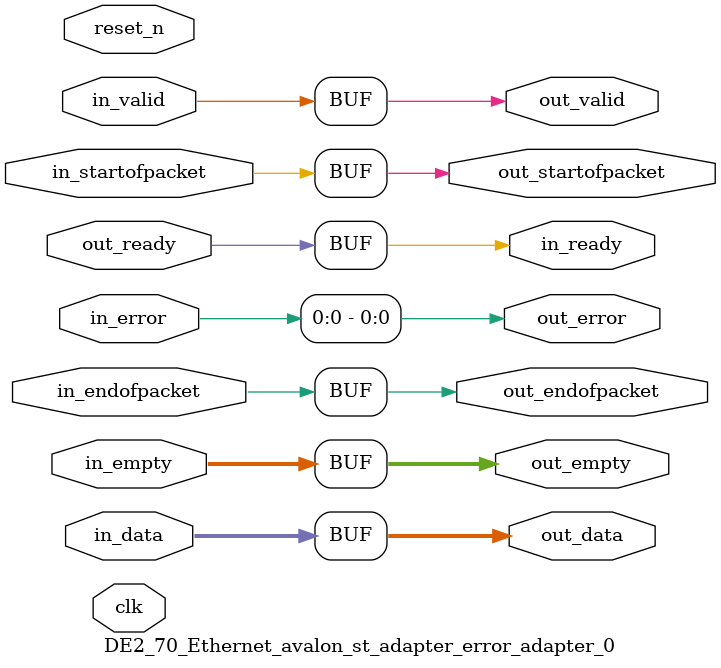
<source format=v>

`timescale 1ns / 100ps
module DE2_70_Ethernet_avalon_st_adapter_error_adapter_0 (
    
      // Interface: clk
      input              clk,
      // Interface: reset
      input              reset_n,
      // Interface: in
      output reg         in_ready,
      input              in_valid,
      input      [31: 0] in_data,
      input      [ 5: 0] in_error,
      input              in_startofpacket,
      input              in_endofpacket,
      input      [ 1: 0] in_empty,
      // Interface: out
      input              out_ready,
      output reg         out_valid,
      output reg [31: 0] out_data,
      output reg [ 0: 0] out_error,
      output reg         out_startofpacket,
      output reg         out_endofpacket,
      output reg [ 1: 0] out_empty
);



   // ---------------------------------------------------------------------
   //| Pass-through Mapping
   // ---------------------------------------------------------------------
   always @* begin
      in_ready = out_ready;
      out_valid = in_valid;
      out_data = in_data;
      out_startofpacket = in_startofpacket;
      out_endofpacket = in_endofpacket;
      out_empty = in_empty;

   end

   // ---------------------------------------------------------------------
   //| Error Mapping
   // ---------------------------------------------------------------------
   always @* begin
      out_error = 0;
      
      out_error = in_error;
   end
endmodule
</source>
